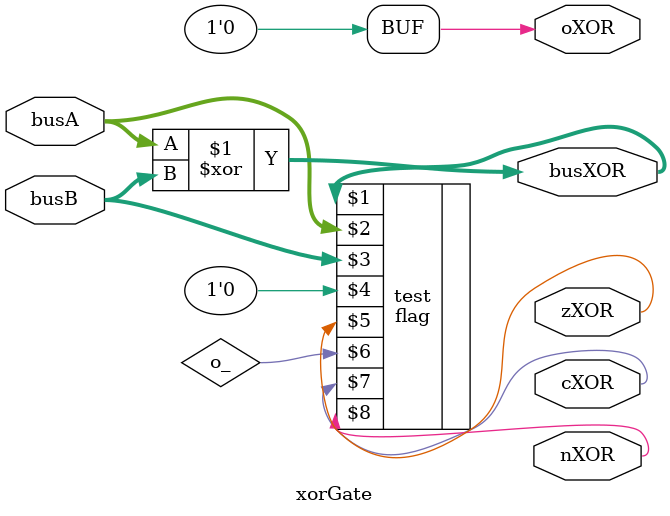
<source format=v>
module xorGate (busXOR, busA, busB, zXOR, oXOR, cXOR, nXOR);
	output [31:0] busXOR;
	input  [31:0] busA, busB;
	output zXOR, oXOR, cXOR, nXOR;

	assign busXOR = busA ^ busB;

	wire o_;
	flag test(busXOR, busA, busB, 1'b0, zXOR, o_, cXOR, nXOR);
	assign oXOR = 1'b0;
endmodule
</source>
